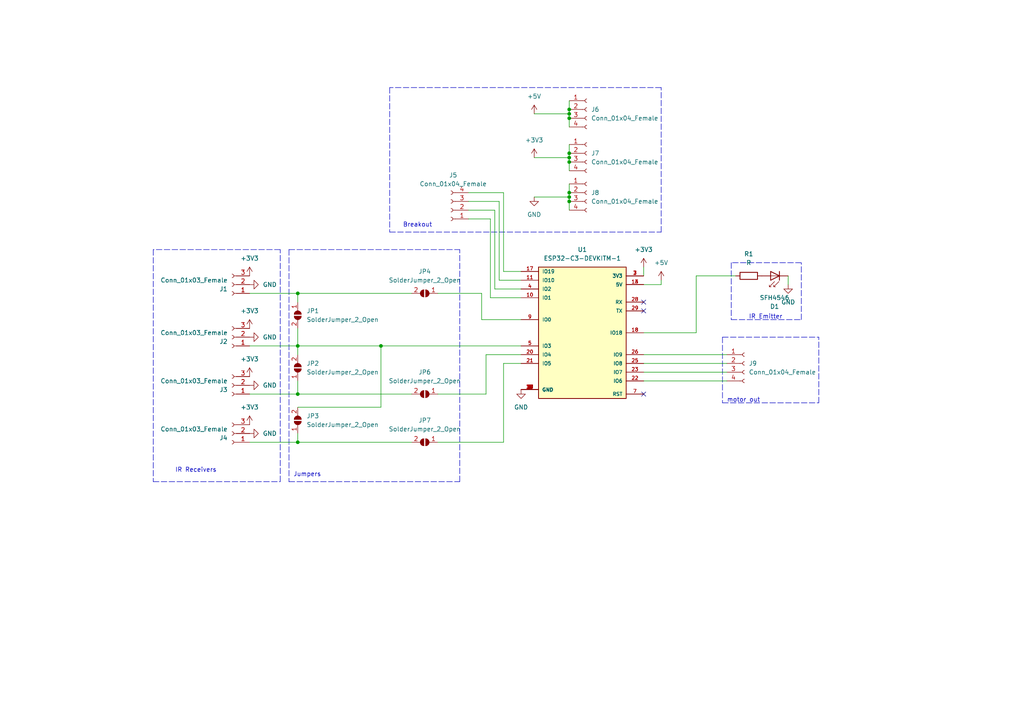
<source format=kicad_sch>
(kicad_sch (version 20211123) (generator eeschema)
  (paper "A4")
  (lib_symbols
    (symbol "Connector:Conn_01x03_Female" (pin_names (offset 1.016) hide)
      (property "Reference" "J" (at 0 5.08 0))
      (property "Value" "Conn_01x03_Female" (at 0 -5.08 0))
      (symbol "Conn_01x03_Female_1_1"
        (arc (start 0 -2.032) (mid -0.508 -2.54) (end 0 -3.048) (stroke (width 0.1524)))
        (polyline (pts (xy -1.27 -2.54) (xy -0.508 -2.54)) (stroke (width 0.1524)))
        (polyline (pts (xy -1.27 0) (xy -0.508 0)) (stroke (width 0.1524)))
        (polyline (pts (xy -1.27 2.54) (xy -0.508 2.54)) (stroke (width 0.1524)))
        (arc (start 0 0.508) (mid -0.508 0) (end 0 -0.508) (stroke (width 0.1524)))
        (arc (start 0 3.048) (mid -0.508 2.54) (end 0 2.032) (stroke (width 0.1524)))
        (pin passive line (at -5.08 2.54 0) (length 3.81) (name "Pin_1") (number "1"))
        (pin passive line (at -5.08 0 0) (length 3.81) (name "Pin_2") (number "2"))
        (pin passive line (at -5.08 -2.54 0) (length 3.81) (name "Pin_3") (number "3"))
      )
    )
    (symbol "Connector:Conn_01x04_Female" (pin_names (offset 1.016) hide)
      (property "Reference" "J" (at 0 5.08 0))
      (property "Value" "Conn_01x04_Female" (at 0 -7.62 0))
      (symbol "Conn_01x04_Female_1_1"
        (arc (start 0 -4.572) (mid -0.508 -5.08) (end 0 -5.588) (stroke (width 0.1524)))
        (arc (start 0 -2.032) (mid -0.508 -2.54) (end 0 -3.048) (stroke (width 0.1524)))
        (polyline (pts (xy -1.27 -5.08) (xy -0.508 -5.08)) (stroke (width 0.1524)))
        (polyline (pts (xy -1.27 -2.54) (xy -0.508 -2.54)) (stroke (width 0.1524)))
        (polyline (pts (xy -1.27 0) (xy -0.508 0)) (stroke (width 0.1524)))
        (polyline (pts (xy -1.27 2.54) (xy -0.508 2.54)) (stroke (width 0.1524)))
        (arc (start 0 0.508) (mid -0.508 0) (end 0 -0.508) (stroke (width 0.1524)))
        (arc (start 0 3.048) (mid -0.508 2.54) (end 0 2.032) (stroke (width 0.1524)))
        (pin passive line (at -5.08 2.54 0) (length 3.81) (name "Pin_1") (number "1"))
        (pin passive line (at -5.08 0 0) (length 3.81) (name "Pin_2") (number "2"))
        (pin passive line (at -5.08 -2.54 0) (length 3.81) (name "Pin_3") (number "3"))
        (pin passive line (at -5.08 -5.08 0) (length 3.81) (name "Pin_4") (number "4"))
      )
    )
    (symbol "Device:R" (pin_numbers hide) (pin_names (offset 0))
      (property "Reference" "R" (at 2.032 0 90))
      (property "Value" "R" (at 0 0 90))
      (symbol "R_0_1"
        (rectangle (start -1.016 -2.54) (end 1.016 2.54) (stroke (width 0.254)))
      )
      (symbol "R_1_1"
        (pin passive line (at 0 3.81 270) (length 1.27) (name "~") (number "1"))
        (pin passive line (at 0 -3.81 90) (length 1.27) (name "~") (number "2"))
      )
    )
    (symbol "ESP32-C3-DEVKITM-1:ESP32-C3-DEVKITM-1" (pin_names (offset 1.016))
      (property "Reference" "U?" (at 0 22.86 0))
      (property "Value" "ESP32-C3-DEVKITM-1" (at 0 20.32 0))
      (symbol "ESP32-C3-DEVKITM-1_0_0"
        (rectangle (start -12.7 -20.32) (end 12.7 17.78) (stroke (width 0.254)) (fill (type background)))
        (pin power_in line (at -17.78 -17.78 0) (length 5.08) (name "GND") (number "1"))
        (pin bidirectional line (at -17.78 8.89 0) (length 5.08) (name "IO1") (number "10"))
        (pin bidirectional line (at -17.78 13.97 0) (length 5.08) (name "IO10") (number "11"))
        (pin power_in line (at -17.78 -17.78 0) (length 5.08) (name "GND") (number "12"))
        (pin power_in line (at 17.78 12.7 180) (length 5.08) (name "5V") (number "13"))
        (pin power_in line (at 17.78 12.7 180) (length 5.08) (name "5V") (number "14"))
        (pin power_in line (at -17.78 -17.78 0) (length 5.08) (name "GND") (number "15"))
        (pin power_in line (at -17.78 -17.78 0) (length 5.08) (name "GND") (number "16"))
        (pin bidirectional line (at -17.78 16.51 0) (length 5.08) (name "IO19") (number "17"))
        (pin bidirectional line (at 17.78 -1.27 180) (length 5.08) (name "IO18") (number "18"))
        (pin power_in line (at -17.78 -17.78 0) (length 5.08) (name "GND") (number "19"))
        (pin power_in line (at 17.78 15.24 180) (length 5.08) (name "3V3") (number "2"))
        (pin bidirectional line (at -17.78 -7.62 0) (length 5.08) (name "IO4") (number "20"))
        (pin bidirectional line (at -17.78 -10.16 0) (length 5.08) (name "IO5") (number "21"))
        (pin bidirectional line (at 17.78 -15.24 180) (length 5.08) (name "IO6") (number "22"))
        (pin bidirectional line (at 17.78 -12.7 180) (length 5.08) (name "IO7") (number "23"))
        (pin power_in line (at -17.78 -17.78 0) (length 5.08) (name "GND") (number "24"))
        (pin bidirectional line (at 17.78 -10.16 180) (length 5.08) (name "IO8") (number "25"))
        (pin bidirectional line (at 17.78 -7.62 180) (length 5.08) (name "IO9") (number "26"))
        (pin power_in line (at -17.78 -17.78 0) (length 5.08) (name "GND") (number "27"))
        (pin bidirectional line (at 17.78 7.62 180) (length 5.08) (name "RX") (number "28"))
        (pin bidirectional line (at 17.78 5.08 180) (length 5.08) (name "TX") (number "29"))
        (pin power_in line (at 17.78 15.24 180) (length 5.08) (name "3V3") (number "3"))
        (pin power_in line (at -17.78 -17.78 0) (length 5.08) (name "GND") (number "30"))
        (pin bidirectional line (at -17.78 11.43 0) (length 5.08) (name "IO2") (number "4"))
        (pin bidirectional line (at -17.78 -5.08 0) (length 5.08) (name "IO3") (number "5"))
        (pin power_in line (at -17.78 -17.78 0) (length 5.08) (name "GND") (number "6"))
        (pin input line (at 17.78 -19.05 180) (length 5.08) (name "RST") (number "7"))
        (pin power_in line (at -17.78 -17.78 0) (length 5.08) (name "GND") (number "8"))
        (pin bidirectional line (at -17.78 2.54 0) (length 5.08) (name "IO0") (number "9"))
      )
    )
    (symbol "Jumper:SolderJumper_2_Open" (pin_names (offset 0) hide)
      (property "Reference" "JP" (at 0 2.032 0))
      (property "Value" "SolderJumper_2_Open" (at 0 -2.54 0))
      (symbol "SolderJumper_2_Open_0_1"
        (arc (start -0.254 1.016) (mid -1.27 0) (end -0.254 -1.016))
        (arc (start -0.254 1.016) (mid -1.27 0) (end -0.254 -1.016) (fill (type outline)))
        (polyline (pts (xy -0.254 1.016) (xy -0.254 -1.016)))
        (polyline (pts (xy 0.254 1.016) (xy 0.254 -1.016)))
        (arc (start 0.254 -1.016) (mid 1.27 0) (end 0.254 1.016))
        (arc (start 0.254 -1.016) (mid 1.27 0) (end 0.254 1.016) (fill (type outline)))
      )
      (symbol "SolderJumper_2_Open_1_1"
        (pin passive line (at -3.81 0 0) (length 2.54) (name "A") (number "1"))
        (pin passive line (at 3.81 0 180) (length 2.54) (name "B") (number "2"))
      )
    )
    (symbol "LED:SFH4546" (pin_numbers hide) (pin_names (offset 1.016) hide)
      (property "Reference" "D" (at 0.508 1.778 0))
      (property "Value" "SFH4546" (at -1.016 -2.794 0))
      (symbol "SFH4546_0_1"
        (polyline (pts (xy -2.54 1.27) (xy -2.54 -1.27)) (stroke (width 0.254)))
        (polyline (pts (xy 0 0) (xy -2.54 0)))
        (polyline (pts (xy 0.381 3.175) (xy -0.127 3.175)))
        (polyline (pts (xy -1.143 1.651) (xy 0.381 3.175) (xy 0.381 2.667)))
        (polyline (pts (xy 0 -1.27) (xy -2.54 0) (xy 0 1.27) (xy 0 -1.27)) (stroke (width 0.254)))
        (polyline (pts (xy -2.413 1.651) (xy -0.889 3.175) (xy -0.889 2.667) (xy -0.889 3.175) (xy -1.397 3.175)))
      )
      (symbol "SFH4546_1_1"
        (pin passive line (at -5.08 0 0) (length 2.54) (name "K") (number "1"))
        (pin passive line (at 2.54 0 180) (length 2.54) (name "A") (number "2"))
      )
    )
    (symbol "power:+3.3V" (power) (pin_names (offset 0))
      (property "Value" "+3.3V" (at 0 3.556 0))
      (symbol "+3.3V_0_1"
        (polyline (pts (xy -0.762 1.27) (xy 0 2.54)))
        (polyline (pts (xy 0 0) (xy 0 2.54)))
        (polyline (pts (xy 0 2.54) (xy 0.762 1.27)))
      )
      (symbol "+3.3V_1_1"
        (pin power_in line (at 0 0 90) (length 0) hide (name "+3V3") (number "1"))
      )
    )
    (symbol "power:+5V" (power) (pin_names (offset 0))
      (property "Value" "+5V" (at 0 3.556 0))
      (symbol "+5V_0_1"
        (polyline (pts (xy -0.762 1.27) (xy 0 2.54)))
        (polyline (pts (xy 0 0) (xy 0 2.54)))
        (polyline (pts (xy 0 2.54) (xy 0.762 1.27)))
      )
      (symbol "+5V_1_1"
        (pin power_in line (at 0 0 90) (length 0) hide (name "+5V") (number "1"))
      )
    )
    (symbol "power:GND" (power) (pin_names (offset 0))
      (property "Value" "GND" (at 0 -3.81 0))
      (symbol "GND_0_1"
        (polyline (pts (xy 0 0) (xy 0 -1.27) (xy 1.27 -1.27) (xy 0 -2.54) (xy -1.27 -1.27) (xy 0 -1.27)))
      )
      (symbol "GND_1_1"
        (pin power_in line (at 0 0 270) (length 0) hide (name "GND") (number "1"))
      )
    )
  )
  (junction (at 165.1 58.42))
  (junction (at 165.1 44.45))
  (junction (at 165.1 34.29))
  (junction (at 86.36 114.3))
  (junction (at 165.1 55.88))
  (junction (at 165.1 45.72))
  (junction (at 110.49 100.33))
  (junction (at 165.1 33.02))
  (junction (at 165.1 57.15))
  (junction (at 86.36 85.09))
  (junction (at 86.36 100.33))
  (junction (at 165.1 46.99))
  (junction (at 86.36 128.27))
  (junction (at 165.1 31.75))
  (no_connect (at 186.69 114.3))
  (no_connect (at 186.69 87.63))
  (no_connect (at 186.69 90.17))
  (wire (pts (xy 143.51 83.82) (xy 151.13 83.82)))
  (wire (pts (xy 86.36 95.25) (xy 86.36 100.33)))
  (wire (pts (xy 165.1 41.91) (xy 165.1 44.45)))
  (wire (pts (xy 139.7 92.71) (xy 151.13 92.71)))
  (wire (pts (xy 210.82 102.87) (xy 186.69 102.87)))
  (polyline (pts (xy 121.92 67.31) (xy 191.77 67.31)))
  (polyline (pts (xy 113.03 67.31) (xy 121.92 67.31)))
  (wire (pts (xy 110.49 100.33) (xy 151.13 100.33)))
  (wire (pts (xy 86.36 100.33) (xy 110.49 100.33)))
  (polyline (pts (xy 209.55 116.84) (xy 237.49 116.84)))
  (wire (pts (xy 146.05 55.88) (xy 146.05 78.74)))
  (wire (pts (xy 86.36 110.49) (xy 86.36 114.3)))
  (wire (pts (xy 165.1 46.99) (xy 165.1 49.53)))
  (wire (pts (xy 186.69 77.47) (xy 186.69 80.01)))
  (wire (pts (xy 210.82 107.95) (xy 186.69 107.95)))
  (wire (pts (xy 140.97 114.3) (xy 140.97 102.87)))
  (wire (pts (xy 201.93 96.52) (xy 201.93 80.01)))
  (wire (pts (xy 165.1 44.45) (xy 165.1 45.72)))
  (wire (pts (xy 151.13 86.36) (xy 142.24 86.36)))
  (wire (pts (xy 135.89 60.96) (xy 143.51 60.96)))
  (wire (pts (xy 72.39 100.33) (xy 86.36 100.33)))
  (wire (pts (xy 186.69 82.55) (xy 191.77 82.55)))
  (wire (pts (xy 165.1 57.15) (xy 165.1 58.42)))
  (wire (pts (xy 86.36 128.27) (xy 119.38 128.27)))
  (wire (pts (xy 86.36 85.09) (xy 119.38 85.09)))
  (wire (pts (xy 228.6 82.55) (xy 228.6 80.01)))
  (wire (pts (xy 127 114.3) (xy 140.97 114.3)))
  (polyline (pts (xy 232.41 76.2) (xy 212.09 76.2)))
  (polyline (pts (xy 133.35 139.7) (xy 133.35 72.39)))
  (wire (pts (xy 144.78 58.42) (xy 144.78 81.28)))
  (polyline (pts (xy 83.82 139.7) (xy 133.35 139.7)))
  (polyline (pts (xy 81.28 72.39) (xy 44.45 72.39)))
  (wire (pts (xy 142.24 63.5) (xy 142.24 86.36)))
  (wire (pts (xy 72.39 85.09) (xy 86.36 85.09)))
  (wire (pts (xy 165.1 31.75) (xy 165.1 33.02)))
  (wire (pts (xy 146.05 105.41) (xy 151.13 105.41)))
  (polyline (pts (xy 191.77 67.31) (xy 191.77 25.4)))
  (polyline (pts (xy 237.49 116.84) (xy 237.49 97.79)))
  (wire (pts (xy 86.36 85.09) (xy 86.36 87.63)))
  (polyline (pts (xy 83.82 72.39) (xy 133.35 72.39)))
  (polyline (pts (xy 232.41 92.71) (xy 232.41 76.2)))
  (wire (pts (xy 72.39 128.27) (xy 86.36 128.27)))
  (wire (pts (xy 165.1 53.34) (xy 165.1 55.88)))
  (wire (pts (xy 143.51 60.96) (xy 143.51 83.82)))
  (wire (pts (xy 86.36 114.3) (xy 119.38 114.3)))
  (wire (pts (xy 165.1 58.42) (xy 165.1 60.96)))
  (wire (pts (xy 146.05 128.27) (xy 146.05 105.41)))
  (wire (pts (xy 210.82 110.49) (xy 186.69 110.49)))
  (wire (pts (xy 72.39 114.3) (xy 86.36 114.3)))
  (wire (pts (xy 210.82 105.41) (xy 186.69 105.41)))
  (wire (pts (xy 86.36 118.11) (xy 110.49 118.11)))
  (wire (pts (xy 86.36 125.73) (xy 86.36 128.27)))
  (wire (pts (xy 142.24 63.5) (xy 135.89 63.5)))
  (polyline (pts (xy 212.09 76.2) (xy 212.09 92.71)))
  (wire (pts (xy 191.77 82.55) (xy 191.77 81.28)))
  (polyline (pts (xy 212.09 92.71) (xy 232.41 92.71)))
  (wire (pts (xy 140.97 102.87) (xy 151.13 102.87)))
  (wire (pts (xy 151.13 81.28) (xy 144.78 81.28)))
  (wire (pts (xy 127 85.09) (xy 139.7 85.09)))
  (wire (pts (xy 146.05 55.88) (xy 135.89 55.88)))
  (wire (pts (xy 201.93 80.01) (xy 213.36 80.01)))
  (wire (pts (xy 154.94 45.72) (xy 165.1 45.72)))
  (wire (pts (xy 154.94 57.15) (xy 165.1 57.15)))
  (wire (pts (xy 186.69 96.52) (xy 201.93 96.52)))
  (wire (pts (xy 165.1 34.29) (xy 165.1 36.83)))
  (polyline (pts (xy 191.77 25.4) (xy 113.03 25.4)))
  (wire (pts (xy 165.1 45.72) (xy 165.1 46.99)))
  (polyline (pts (xy 209.55 97.79) (xy 237.49 97.79)))
  (polyline (pts (xy 81.28 139.7) (xy 81.28 72.39)))
  (polyline (pts (xy 44.45 72.39) (xy 44.45 139.7)))
  (wire (pts (xy 144.78 58.42) (xy 135.89 58.42)))
  (polyline (pts (xy 83.82 72.39) (xy 83.82 139.7)))
  (wire (pts (xy 154.94 33.02) (xy 165.1 33.02)))
  (wire (pts (xy 151.13 78.74) (xy 146.05 78.74)))
  (polyline (pts (xy 113.03 25.4) (xy 113.03 67.31)))
  (wire (pts (xy 165.1 55.88) (xy 165.1 57.15)))
  (polyline (pts (xy 44.45 139.7) (xy 81.28 139.7)))
  (wire (pts (xy 139.7 85.09) (xy 139.7 92.71)))
  (wire (pts (xy 165.1 29.21) (xy 165.1 31.75)))
  (wire (pts (xy 165.1 33.02) (xy 165.1 34.29)))
  (wire (pts (xy 127 128.27) (xy 146.05 128.27)))
  (polyline (pts (xy 209.55 97.79) (xy 209.55 116.84)))
  (wire (pts (xy 110.49 100.33) (xy 110.49 118.11)))
  (wire (pts (xy 86.36 100.33) (xy 86.36 102.87)))
  (text "IR Receivers" (at 50.8 137.16 0) (effects (font (size 1.27 1.27)) (justify left bottom)))
  (text "IR Emitter" (at 217.17 92.71 0) (effects (font (size 1.27 1.27)) (justify left bottom)))
  (text "Breakout" (at 116.84 66.04 0) (effects (font (size 1.27 1.27)) (justify left bottom)))
  (text "motor out" (at 210.82 116.84 0) (effects (font (size 1.27 1.27)) (justify left bottom)))
  (text "Jumpers" (at 85.09 138.43 0) (effects (font (size 1.27 1.27)) (justify left bottom)))
  (symbol (lib_id "LED:SFH4546") (at 223.52 80.01 180) (unit 1)
    (property "Reference" "D1" (at 224.663 88.9 0))
    (property "Value" "SFH4546" (at 224.663 86.36 0))
    (property "Footprint" "LED_THT:LED_D5.0mm_IRGrey" (effects hide))
    (property "Datasheet" "http://www.osram-os.com/Graphics/XPic1/00101982_0.pdf" (effects hide))
  )
  (symbol (lib_id "Device:R") (at 217.17 80.01 270) (unit 1)
    (property "Reference" "R1" (at 217.17 73.66 90))
    (property "Value" "R" (at 217.17 76.2 90))
    (property "Footprint" "Resistor_THT:R_Axial_DIN0207_L6.3mm_D2.5mm_P10.16mm_Horizontal" (effects hide))
  )
  (symbol (lib_id "Jumper:SolderJumper_2_Open") (at 123.19 85.09 180) (unit 1)
    (property "Reference" "JP4" (at 123.19 78.74 0))
    (property "Value" "SolderJumper_2_Open" (at 123.19 81.28 0))
    (property "Footprint" "Jumper:SolderJumper-2_P1.3mm_Bridged_Pad1.0x1.5mm" (effects hide))
  )
  (symbol (lib_id "Connector:Conn_01x03_Female") (at 67.31 82.55 180) (unit 1)
    (property "Reference" "J1" (at 66.04 83.8201 0) (effects (justify left)))
    (property "Value" "Conn_01x03_Female" (at 66.04 81.2801 0) (effects (justify left)))
    (property "Footprint" "Connector_PinHeader_2.54mm:PinHeader_1x03_P2.54mm_Vertical" (effects hide))
  )
  (symbol (lib_id "Connector:Conn_01x03_Female") (at 67.31 111.76 180) (unit 1)
    (property "Reference" "J3" (at 66.04 113.0301 0) (effects (justify left)))
    (property "Value" "Conn_01x03_Female" (at 66.04 110.4901 0) (effects (justify left)))
    (property "Footprint" "Connector_PinHeader_2.54mm:PinHeader_1x03_P2.54mm_Vertical" (effects hide))
  )
  (symbol (lib_id "power:GND") (at 72.39 111.76 90) (unit 1)
    (property "Reference" "#PWR0107" (effects hide))
    (property "Value" "GND" (at 76.2 111.7599 90) (effects (justify right)))
  )
  (symbol (lib_id "Jumper:SolderJumper_2_Open") (at 123.19 114.3 180) (unit 1)
    (property "Reference" "JP6" (at 123.19 107.95 0))
    (property "Value" "SolderJumper_2_Open" (at 123.19 110.49 0))
    (property "Footprint" "Jumper:SolderJumper-2_P1.3mm_Bridged_Pad1.0x1.5mm" (effects hide))
  )
  (symbol (lib_id "Jumper:SolderJumper_2_Open") (at 86.36 121.92 90) (unit 1)
    (property "Reference" "JP3" (at 88.9 120.6499 90) (effects (justify right)))
    (property "Value" "SolderJumper_2_Open" (at 88.9 123.1899 90) (effects (justify right)))
    (property "Footprint" "Jumper:SolderJumper-2_P1.3mm_Open_TrianglePad1.0x1.5mm" (effects hide))
  )
  (symbol (lib_id "power:GND") (at 154.94 57.15 0) (unit 1)
    (property "Reference" "#PWR0101" (effects hide))
    (property "Value" "GND" (at 154.94 62.23 0))
  )
  (symbol (lib_id "power:+3.3V") (at 186.69 77.47 0) (unit 1)
    (property "Reference" "#PWR0114" (effects hide))
    (property "Value" "+3.3V" (at 186.69 72.39 0))
  )
  (symbol (lib_id "power:GND") (at 228.6 82.55 0) (unit 1)
    (property "Reference" "#PWR0115" (effects hide))
    (property "Value" "GND" (at 228.6 87.63 0))
  )
  (symbol (lib_id "Connector:Conn_01x04_Female") (at 130.81 60.96 180) (unit 1)
    (property "Reference" "J5" (at 131.445 50.8 0))
    (property "Value" "Conn_01x04_Female" (at 131.445 53.34 0))
    (property "Footprint" "Connector_PinHeader_2.54mm:PinHeader_1x04_P2.54mm_Vertical" (effects hide))
  )
  (symbol (lib_id "Connector:Conn_01x04_Female") (at 215.9 105.41 0) (unit 1)
    (property "Reference" "J9" (at 217.17 105.4099 0) (effects (justify left)))
    (property "Value" "Conn_01x04_Female" (at 217.17 107.9499 0) (effects (justify left)))
    (property "Footprint" "Connector_PinHeader_2.54mm:PinHeader_1x04_P2.54mm_Vertical" (effects hide))
  )
  (symbol (lib_id "Connector:Conn_01x03_Female") (at 67.31 97.79 180) (unit 1)
    (property "Reference" "J2" (at 66.04 99.0601 0) (effects (justify left)))
    (property "Value" "Conn_01x03_Female" (at 66.04 96.5201 0) (effects (justify left)))
    (property "Footprint" "Connector_PinHeader_2.54mm:PinHeader_1x03_P2.54mm_Vertical" (effects hide))
  )
  (symbol (lib_id "power:+5V") (at 154.94 33.02 0) (unit 1)
    (property "Reference" "#PWR0103" (effects hide))
    (property "Value" "+5V" (at 154.94 27.94 0))
  )
  (symbol (lib_id "Jumper:SolderJumper_2_Open") (at 123.19 128.27 180) (unit 1)
    (property "Reference" "JP7" (at 123.19 121.92 0))
    (property "Value" "SolderJumper_2_Open" (at 123.19 124.46 0))
    (property "Footprint" "Jumper:SolderJumper-2_P1.3mm_Bridged_Pad1.0x1.5mm" (effects hide))
  )
  (symbol (lib_id "ESP32-C3-DEVKITM-1:ESP32-C3-DEVKITM-1") (at 168.91 95.25 0) (unit 1)
    (property "Reference" "U1" (at 168.91 72.39 0))
    (property "Value" "ESP32-C3-DEVKITM-1" (at 168.91 74.93 0))
    (property "Footprint" "XCVR_ESP32-C3-DEVKITM-1" (effects hide))
    (property "STANDARD" "Manufacturer Recommendations" (effects hide))
    (property "MANUFACTURER" "Espressif" (effects hide))
  )
  (symbol (lib_id "power:GND") (at 151.13 113.03 0) (unit 1)
    (property "Reference" "#PWR0112" (effects hide))
    (property "Value" "GND" (at 151.13 118.11 0))
  )
  (symbol (lib_id "power:GND") (at 72.39 125.73 90) (unit 1)
    (property "Reference" "#PWR0106" (effects hide))
    (property "Value" "GND" (at 76.2 125.7299 90) (effects (justify right)))
  )
  (symbol (lib_id "power:+3.3V") (at 72.39 123.19 0) (unit 1)
    (property "Reference" "#PWR0111" (effects hide))
    (property "Value" "+3.3V" (at 72.39 118.11 0))
  )
  (symbol (lib_id "power:GND") (at 72.39 82.55 90) (unit 1)
    (property "Reference" "#PWR0109" (effects hide))
    (property "Value" "GND" (at 76.2 82.5499 90) (effects (justify right)))
  )
  (symbol (lib_id "Connector:Conn_01x03_Female") (at 67.31 125.73 180) (unit 1)
    (property "Reference" "J4" (at 66.04 127.0001 0) (effects (justify left)))
    (property "Value" "Conn_01x03_Female" (at 66.04 124.4601 0) (effects (justify left)))
    (property "Footprint" "Connector_PinHeader_2.54mm:PinHeader_1x03_P2.54mm_Vertical" (effects hide))
  )
  (symbol (lib_id "Jumper:SolderJumper_2_Open") (at 86.36 91.44 270) (unit 1)
    (property "Reference" "JP1" (at 88.9 90.1699 90) (effects (justify left)))
    (property "Value" "SolderJumper_2_Open" (at 88.9 92.7099 90) (effects (justify left)))
    (property "Footprint" "Jumper:SolderJumper-2_P1.3mm_Open_TrianglePad1.0x1.5mm" (effects hide))
  )
  (symbol (lib_id "Connector:Conn_01x04_Female") (at 170.18 44.45 0) (unit 1)
    (property "Reference" "J7" (at 171.45 44.4499 0) (effects (justify left)))
    (property "Value" "Conn_01x04_Female" (at 171.45 46.9899 0) (effects (justify left)))
    (property "Footprint" "Connector_PinHeader_2.54mm:PinHeader_1x04_P2.54mm_Vertical" (effects hide))
  )
  (symbol (lib_id "Jumper:SolderJumper_2_Open") (at 86.36 106.68 90) (unit 1)
    (property "Reference" "JP2" (at 88.9 105.4099 90) (effects (justify right)))
    (property "Value" "SolderJumper_2_Open" (at 88.9 107.9499 90) (effects (justify right)))
    (property "Footprint" "Jumper:SolderJumper-2_P1.3mm_Open_TrianglePad1.0x1.5mm" (effects hide))
  )
  (symbol (lib_id "power:+5V") (at 191.77 81.28 0) (unit 1)
    (property "Reference" "#PWR0113" (effects hide))
    (property "Value" "+5V" (at 191.77 76.2 0))
  )
  (symbol (lib_id "power:+3.3V") (at 72.39 95.25 0) (unit 1)
    (property "Reference" "#PWR0105" (effects hide))
    (property "Value" "+3.3V" (at 72.39 90.17 0))
  )
  (symbol (lib_id "Connector:Conn_01x04_Female") (at 170.18 55.88 0) (unit 1)
    (property "Reference" "J8" (at 171.45 55.8799 0) (effects (justify left)))
    (property "Value" "Conn_01x04_Female" (at 171.45 58.4199 0) (effects (justify left)))
    (property "Footprint" "Connector_PinHeader_2.54mm:PinHeader_1x04_P2.54mm_Vertical" (effects hide))
  )
  (symbol (lib_id "power:+3.3V") (at 154.94 45.72 0) (unit 1)
    (property "Reference" "#PWR0102" (effects hide))
    (property "Value" "+3.3V" (at 154.94 40.64 0))
  )
  (symbol (lib_id "power:+3.3V") (at 72.39 80.01 0) (unit 1)
    (property "Reference" "#PWR0108" (effects hide))
    (property "Value" "+3.3V" (at 72.39 74.93 0))
  )
  (symbol (lib_id "power:GND") (at 72.39 97.79 90) (unit 1)
    (property "Reference" "#PWR0110" (effects hide))
    (property "Value" "GND" (at 76.2 97.7899 90) (effects (justify right)))
  )
  (symbol (lib_id "Connector:Conn_01x04_Female") (at 170.18 31.75 0) (unit 1)
    (property "Reference" "J6" (at 171.45 31.7499 0) (effects (justify left)))
    (property "Value" "Conn_01x04_Female" (at 171.45 34.2899 0) (effects (justify left)))
    (property "Footprint" "Connector_PinHeader_2.54mm:PinHeader_1x04_P2.54mm_Vertical" (effects hide))
  )
  (symbol (lib_id "power:+3.3V") (at 72.39 109.22 0) (unit 1)
    (property "Reference" "#PWR0104" (effects hide))
    (property "Value" "+3.3V" (at 72.39 104.14 0))
  )
)
</source>
